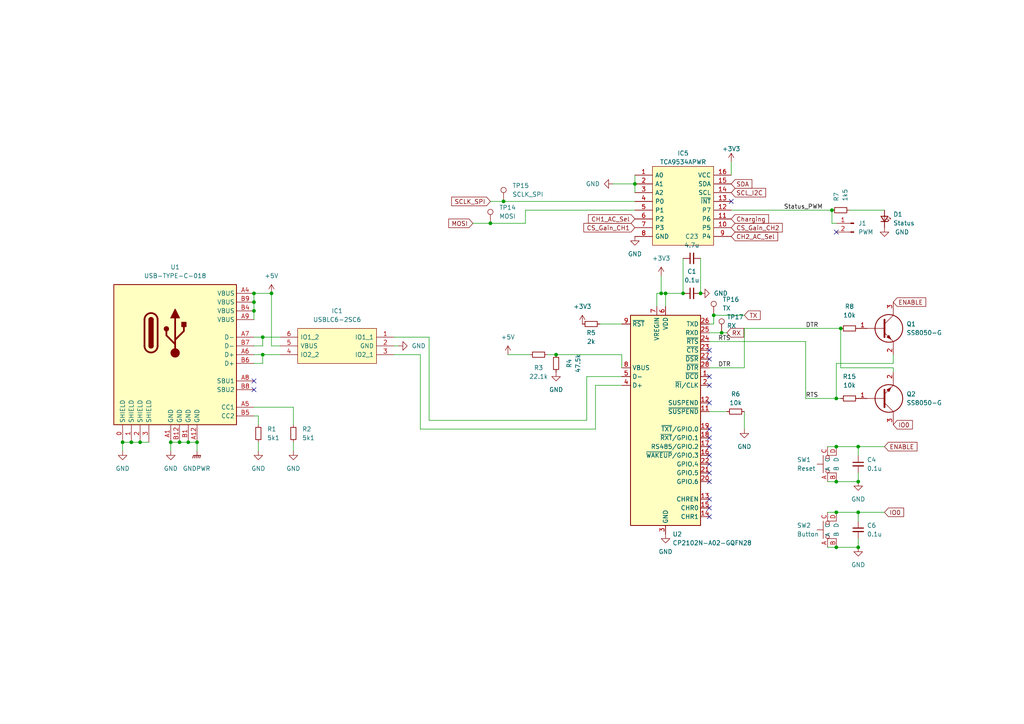
<source format=kicad_sch>
(kicad_sch (version 20211123) (generator eeschema)
  (paper "A4")
  (lib_symbols
    (symbol "Connector:Conn_01x02_Male" (pin_names (offset 1.016) hide)
      (property "Reference" "J" (at 0 2.54 0))
      (property "Value" "Conn_01x02_Male" (at 0 -5.08 0))
      (symbol "Conn_01x02_Male_1_1"
        (polyline (pts (xy 1.27 -2.54) (xy 0.8636 -2.54)) (stroke (width 0.1524)))
        (polyline (pts (xy 1.27 0) (xy 0.8636 0)) (stroke (width 0.1524)))
        (rectangle (start 0.8636 -2.413) (end 0 -2.667) (stroke (width 0.1524)) (fill (type outline)))
        (rectangle (start 0.8636 0.127) (end 0 -0.127) (stroke (width 0.1524)) (fill (type outline)))
        (pin passive line (at 5.08 0 180) (length 3.81) (name "Pin_1") (number "1"))
        (pin passive line (at 5.08 -2.54 180) (length 3.81) (name "Pin_2") (number "2"))
      )
    )
    (symbol "Connector:TestPoint" (pin_numbers hide) (pin_names (offset 0.762) hide)
      (property "Reference" "TP" (at 0 6.858 0))
      (property "Value" "TestPoint" (at 0 5.08 0))
      (symbol "TestPoint_0_1"
        (circle (center 0 3.302) (radius 0.762))
      )
      (symbol "TestPoint_1_1"
        (pin passive line (at 0 0 90) (length 2.54) (name "1") (number "1"))
      )
    )
    (symbol "Device:C_Small" (pin_numbers hide) (pin_names (offset 0.254) hide)
      (property "Reference" "C" (at 0.254 1.778 0))
      (property "Value" "C_Small" (at 0.254 -2.032 0))
      (symbol "C_Small_0_1"
        (polyline (pts (xy -1.524 -0.508) (xy 1.524 -0.508)) (stroke (width 0.3302)))
        (polyline (pts (xy -1.524 0.508) (xy 1.524 0.508)) (stroke (width 0.3048)))
      )
      (symbol "C_Small_1_1"
        (pin passive line (at 0 2.54 270) (length 2.032) (name "~") (number "1"))
        (pin passive line (at 0 -2.54 90) (length 2.032) (name "~") (number "2"))
      )
    )
    (symbol "Device:LED_Small" (pin_numbers hide) (pin_names (offset 0.254) hide)
      (property "Reference" "D" (at -1.27 3.175 0))
      (property "Value" "LED_Small" (at -4.445 -2.54 0))
      (symbol "LED_Small_0_1"
        (polyline (pts (xy -0.762 -1.016) (xy -0.762 1.016)) (stroke (width 0.254)))
        (polyline (pts (xy 1.016 0) (xy -0.762 0)))
        (polyline (pts (xy 0.762 -1.016) (xy -0.762 0) (xy 0.762 1.016) (xy 0.762 -1.016)) (stroke (width 0.254)))
        (polyline (pts (xy 0 0.762) (xy -0.508 1.27) (xy -0.254 1.27) (xy -0.508 1.27) (xy -0.508 1.016)))
        (polyline (pts (xy 0.508 1.27) (xy 0 1.778) (xy 0.254 1.778) (xy 0 1.778) (xy 0 1.524)))
      )
      (symbol "LED_Small_1_1"
        (pin passive line (at -2.54 0 0) (length 1.778) (name "K") (number "1"))
        (pin passive line (at 2.54 0 180) (length 1.778) (name "A") (number "2"))
      )
    )
    (symbol "Device:R_Small" (pin_numbers hide) (pin_names (offset 0.254) hide)
      (property "Reference" "R" (at 0.762 0.508 0))
      (property "Value" "R_Small" (at 0.762 -1.016 0))
      (symbol "R_Small_0_1"
        (rectangle (start -0.762 1.778) (end 0.762 -1.778) (stroke (width 0.2032)))
      )
      (symbol "R_Small_1_1"
        (pin passive line (at 0 2.54 270) (length 0.762) (name "~") (number "1"))
        (pin passive line (at 0 -2.54 90) (length 0.762) (name "~") (number "2"))
      )
    )
    (symbol "Interface_USB:CP2102N-Axx-xQFN28"
      (property "Reference" "U" (at -8.89 31.75 0))
      (property "Value" "CP2102N-Axx-xQFN28" (at 12.7 31.75 0))
      (symbol "CP2102N-Axx-xQFN28_0_1"
        (rectangle (start -10.16 30.48) (end 10.16 -30.48) (stroke (width 0.254)) (fill (type background)))
      )
      (symbol "CP2102N-Axx-xQFN28_1_1"
        (pin input line (at 12.7 12.7 180) (length 2.54) (name "~{DCD}") (number "1"))
        (pin no_connect line (at -10.16 -27.94 0) (length 2.54) hide (name "NC") (number "10"))
        (pin output line (at 12.7 2.54 180) (length 2.54) (name "~{SUSPEND}") (number "11"))
        (pin output line (at 12.7 5.08 180) (length 2.54) (name "SUSPEND") (number "12"))
        (pin output line (at 12.7 -22.86 180) (length 2.54) (name "CHREN") (number "13"))
        (pin output line (at 12.7 -27.94 180) (length 2.54) (name "CHR1") (number "14"))
        (pin output line (at 12.7 -25.4 180) (length 2.54) (name "CHR0") (number "15"))
        (pin bidirectional line (at 12.7 -10.16 180) (length 2.54) (name "~{WAKEUP}/GPIO.3") (number "16"))
        (pin bidirectional line (at 12.7 -7.62 180) (length 2.54) (name "RS485/GPIO.2") (number "17"))
        (pin bidirectional line (at 12.7 -5.08 180) (length 2.54) (name "~{RXT}/GPIO.1") (number "18"))
        (pin bidirectional line (at 12.7 -2.54 180) (length 2.54) (name "~{TXT}/GPIO.0") (number "19"))
        (pin bidirectional line (at 12.7 10.16 180) (length 2.54) (name "~{RI}/CLK") (number "2"))
        (pin bidirectional line (at 12.7 -17.78 180) (length 2.54) (name "GPIO.6") (number "20"))
        (pin bidirectional line (at 12.7 -15.24 180) (length 2.54) (name "GPIO.5") (number "21"))
        (pin bidirectional line (at 12.7 -12.7 180) (length 2.54) (name "GPIO.4") (number "22"))
        (pin input line (at 12.7 20.32 180) (length 2.54) (name "~{CTS}") (number "23"))
        (pin output line (at 12.7 22.86 180) (length 2.54) (name "~{RTS}") (number "24"))
        (pin input line (at 12.7 25.4 180) (length 2.54) (name "RXD") (number "25"))
        (pin output line (at 12.7 27.94 180) (length 2.54) (name "TXD") (number "26"))
        (pin input line (at 12.7 17.78 180) (length 2.54) (name "~{DSR}") (number "27"))
        (pin output line (at 12.7 15.24 180) (length 2.54) (name "~{DTR}") (number "28"))
        (pin passive line (at 0 -33.02 90) (length 2.54) hide (name "GND") (number "29"))
        (pin power_in line (at 0 -33.02 90) (length 2.54) (name "GND") (number "3"))
        (pin bidirectional line (at -12.7 10.16 0) (length 2.54) (name "D+") (number "4"))
        (pin bidirectional line (at -12.7 12.7 0) (length 2.54) (name "D-") (number "5"))
        (pin power_in line (at 0 33.02 270) (length 2.54) (name "VDD") (number "6"))
        (pin power_in line (at -2.54 33.02 270) (length 2.54) (name "VREGIN") (number "7"))
        (pin input line (at -12.7 15.24 0) (length 2.54) (name "VBUS") (number "8"))
        (pin input line (at -12.7 27.94 0) (length 2.54) (name "~{RST}") (number "9"))
      )
    )
    (symbol "power:+3.3V" (power) (pin_names (offset 0))
      (property "Value" "+3.3V" (at 0 3.556 0))
      (symbol "+3.3V_0_1"
        (polyline (pts (xy -0.762 1.27) (xy 0 2.54)))
        (polyline (pts (xy 0 0) (xy 0 2.54)))
        (polyline (pts (xy 0 2.54) (xy 0.762 1.27)))
      )
      (symbol "+3.3V_1_1"
        (pin power_in line (at 0 0 90) (length 0) hide (name "+3V3") (number "1"))
      )
    )
    (symbol "power:+5V" (power) (pin_names (offset 0))
      (property "Value" "+5V" (at 0 3.556 0))
      (symbol "+5V_0_1"
        (polyline (pts (xy -0.762 1.27) (xy 0 2.54)))
        (polyline (pts (xy 0 0) (xy 0 2.54)))
        (polyline (pts (xy 0 2.54) (xy 0.762 1.27)))
      )
      (symbol "+5V_1_1"
        (pin power_in line (at 0 0 90) (length 0) hide (name "+5V") (number "1"))
      )
    )
    (symbol "power:GND" (power) (pin_names (offset 0))
      (property "Value" "GND" (at 0 -3.81 0))
      (symbol "GND_0_1"
        (polyline (pts (xy 0 0) (xy 0 -1.27) (xy 1.27 -1.27) (xy 0 -2.54) (xy -1.27 -1.27) (xy 0 -1.27)))
      )
      (symbol "GND_1_1"
        (pin power_in line (at 0 0 270) (length 0) hide (name "GND") (number "1"))
      )
    )
    (symbol "power:GNDPWR" (power) (pin_names (offset 0))
      (property "Value" "GNDPWR" (at 0 -3.302 0))
      (symbol "GNDPWR_0_1"
        (polyline (pts (xy 0 -1.27) (xy 0 0)))
        (polyline (pts (xy -1.016 -1.27) (xy -1.27 -2.032) (xy -1.27 -2.032)) (stroke (width 0.2032)))
        (polyline (pts (xy -0.508 -1.27) (xy -0.762 -2.032) (xy -0.762 -2.032)) (stroke (width 0.2032)))
        (polyline (pts (xy 0 -1.27) (xy -0.254 -2.032) (xy -0.254 -2.032)) (stroke (width 0.2032)))
        (polyline (pts (xy 0.508 -1.27) (xy 0.254 -2.032) (xy 0.254 -2.032)) (stroke (width 0.2032)))
        (polyline (pts (xy 1.016 -1.27) (xy -1.016 -1.27) (xy -1.016 -1.27)) (stroke (width 0.2032)))
        (polyline (pts (xy 1.016 -1.27) (xy 0.762 -2.032) (xy 0.762 -2.032) (xy 0.762 -2.032)) (stroke (width 0.2032)))
      )
      (symbol "GNDPWR_1_1"
        (pin power_in line (at 0 0 270) (length 0) hide (name "GNDPWR") (number "1"))
      )
    )
    (symbol "project_library:Button"
      (property "Reference" "SW" (at 0 0 0))
      (property "Value" "Button" (at 0 0 0))
      (symbol "Button_0_1"
        (circle (center -2.032 -5.08) (radius 0.508))
        (polyline (pts (xy -2.54 -7.62) (xy -2.54 -5.08)))
        (polyline (pts (xy 0 -3.81) (xy 0 -2.032)))
        (polyline (pts (xy 2.54 -5.08) (xy 2.54 -7.62)))
        (polyline (pts (xy 2.54 -3.81) (xy -2.54 -3.81)))
        (circle (center 2.032 -5.08) (radius 0.508))
        (pin passive line (at -5.08 -5.08 0) (length 2.54) (name "A") (number "A"))
        (pin passive line (at -5.08 -7.62 0) (length 2.54) (name "B") (number "B"))
        (pin passive line (at 5.08 -5.08 180) (length 2.54) (name "C") (number "C"))
        (pin passive line (at 5.08 -7.62 180) (length 2.54) (name "D") (number "D"))
      )
    )
    (symbol "project_library:SS8050-G" (pin_names (offset 0.762))
      (property "Reference" "Q" (at 13.97 1.27 0))
      (property "Value" "SS8050-G" (at 13.97 -1.27 0))
      (symbol "SS8050-G_0_0"
        (pin passive line (at 0 0 0) (length 2.54) (name "~") (number "1"))
        (pin passive line (at 10.16 -7.62 90) (length 2.54) (name "~") (number "2"))
        (pin passive line (at 10.16 7.62 270) (length 2.54) (name "~") (number "3"))
      )
      (symbol "SS8050-G_0_1"
        (polyline (pts (xy 2.54 0) (xy 7.62 0)) (stroke (width 0.1524)))
        (polyline (pts (xy 7.62 -1.27) (xy 10.16 -3.81)) (stroke (width 0.1524)))
        (polyline (pts (xy 7.62 1.27) (xy 10.16 3.81)) (stroke (width 0.1524)))
        (polyline (pts (xy 7.62 2.54) (xy 7.62 -2.54)) (stroke (width 0.508)))
        (polyline (pts (xy 10.16 -3.81) (xy 10.16 -5.08)) (stroke (width 0.1524)))
        (polyline (pts (xy 10.16 3.81) (xy 10.16 5.08)) (stroke (width 0.1524)))
        (polyline (pts (xy 8.382 -2.54) (xy 8.89 -2.032) (xy 9.398 -3.048) (xy 8.382 -2.54)) (stroke (width 0.254)) (fill (type outline)))
        (circle (center 8.89 0) (radius 4.0132) (stroke (width 0.254)))
      )
    )
    (symbol "project_library:TCA9534APWR" (pin_names (offset 0.762))
      (property "Reference" "IC5" (at 13.97 6.35 0))
      (property "Value" "TCA9534APWR" (at 13.97 3.81 0))
      (symbol "TCA9534APWR_0_0"
        (pin passive line (at 0 0 0) (length 5.08) (name "A0") (number "1"))
        (pin passive line (at 27.94 -15.24 180) (length 5.08) (name "P5") (number "10"))
        (pin passive line (at 27.94 -12.7 180) (length 5.08) (name "P6") (number "11"))
        (pin passive line (at 27.94 -10.16 180) (length 5.08) (name "P7") (number "12"))
        (pin passive line (at 27.94 -7.62 180) (length 5.08) (name "~{INT}") (number "13"))
        (pin passive line (at 27.94 -5.08 180) (length 5.08) (name "SCL") (number "14"))
        (pin passive line (at 27.94 -2.54 180) (length 5.08) (name "SDA") (number "15"))
        (pin passive line (at 27.94 0 180) (length 5.08) (name "VCC") (number "16"))
        (pin passive line (at 0 -2.54 0) (length 5.08) (name "A1") (number "2"))
        (pin passive line (at 0 -5.08 0) (length 5.08) (name "A2") (number "3"))
        (pin passive line (at 0 -7.62 0) (length 5.08) (name "P0") (number "4"))
        (pin passive line (at 0 -10.16 0) (length 5.08) (name "P1") (number "5"))
        (pin passive line (at 0 -12.7 0) (length 5.08) (name "P2") (number "6"))
        (pin passive line (at 0 -15.24 0) (length 5.08) (name "P3") (number "7"))
        (pin passive line (at 0 -17.78 0) (length 5.08) (name "GND") (number "8"))
        (pin passive line (at 27.94 -17.78 180) (length 5.08) (name "P4") (number "9"))
      )
      (symbol "TCA9534APWR_0_1"
        (polyline (pts (xy 5.08 2.54) (xy 22.86 2.54) (xy 22.86 -20.32) (xy 5.08 -20.32) (xy 5.08 2.54)) (stroke (width 0.1524)) (fill (type background)))
      )
    )
    (symbol "project_library:USB-TYPE-C-018"
      (property "Reference" "U" (at 11.43 3.81 0))
      (property "Value" "USB-TYPE-C-018" (at 11.43 1.27 0))
      (symbol "USB-TYPE-C-018_0_1"
        (rectangle (start -16.51 0) (end 19.05 -40.64) (stroke (width 0.254)) (fill (type background)))
        (arc (start -7.62 -17.78) (mid -5.715 -19.685) (end -3.81 -17.78) (stroke (width 0.508)))
        (arc (start -6.35 -17.78) (mid -5.715 -18.415) (end -5.08 -17.78) (stroke (width 0.254)))
        (arc (start -6.35 -17.78) (mid -5.715 -18.415) (end -5.08 -17.78) (stroke (width 0.254)) (fill (type outline)))
        (rectangle (start -6.35 -17.78) (end -5.08 -10.16) (stroke (width 0.254)) (fill (type outline)))
        (arc (start -5.08 -10.16) (mid -5.715 -9.525) (end -6.35 -10.16) (stroke (width 0.254)))
        (arc (start -5.08 -10.16) (mid -5.715 -9.525) (end -6.35 -10.16) (stroke (width 0.254)) (fill (type outline)))
        (arc (start -3.81 -10.16) (mid -5.715 -8.255) (end -7.62 -10.16) (stroke (width 0.508)))
        (polyline (pts (xy -7.62 -17.78) (xy -7.62 -10.16)) (stroke (width 0.508)))
        (polyline (pts (xy -3.81 -10.16) (xy -3.81 -17.78)) (stroke (width 0.508)))
      )
      (symbol "USB-TYPE-C-018_1_1"
        (circle (center -1.27 -12.827) (radius 0.635) (stroke (width 0.254)) (fill (type outline)))
        (polyline (pts (xy 1.27 -19.812) (xy 1.27 -9.652)) (stroke (width 0.508)))
        (polyline (pts (xy 1.27 -17.272) (xy -1.27 -14.732) (xy -1.27 -13.462)) (stroke (width 0.508)))
        (polyline (pts (xy 1.27 -16.002) (xy 3.81 -13.462) (xy 3.81 -12.192)) (stroke (width 0.508)))
        (polyline (pts (xy 0 -9.652) (xy 1.27 -7.112) (xy 2.54 -9.652) (xy 0 -9.652)) (stroke (width 0.254)) (fill (type outline)))
        (circle (center 1.27 -19.812) (radius 1.27) (fill (type outline)))
        (rectangle (start 3.175 -12.192) (end 4.445 -10.922) (stroke (width 0.254)) (fill (type outline)))
        (pin passive line (at -13.97 -45.72 90) (length 5.08) (name "SHIELD") (number "0"))
        (pin passive line (at -11.43 -45.72 90) (length 5.08) (name "SHIELD") (number "1"))
        (pin passive line (at -8.89 -45.72 90) (length 5.08) (name "SHIELD") (number "2"))
        (pin passive line (at -6.35 -45.72 90) (length 5.08) (name "SHIELD") (number "3"))
        (pin passive line (at 0 -45.72 90) (length 5.08) (name "GND") (number "A1"))
        (pin passive line (at 7.62 -45.72 90) (length 5.08) (name "GND") (number "A12"))
        (pin passive line (at 24.13 -2.54 180) (length 5.08) (name "VBUS") (number "A4"))
        (pin bidirectional line (at 24.13 -35.56 180) (length 5.08) (name "CC1") (number "A5"))
        (pin bidirectional line (at 24.13 -20.32 180) (length 5.08) (name "D+") (number "A6"))
        (pin bidirectional line (at 24.13 -15.24 180) (length 5.08) (name "D-") (number "A7"))
        (pin bidirectional line (at 24.13 -27.94 180) (length 5.08) (name "SBU1") (number "A8"))
        (pin passive line (at 24.13 -10.16 180) (length 5.08) (name "VBUS") (number "A9"))
        (pin passive line (at 5.08 -45.72 90) (length 5.08) (name "GND") (number "B1"))
        (pin passive line (at 2.54 -45.72 90) (length 5.08) (name "GND") (number "B12"))
        (pin passive line (at 24.13 -7.62 180) (length 5.08) (name "VBUS") (number "B4"))
        (pin bidirectional line (at 24.13 -38.1 180) (length 5.08) (name "CC2") (number "B5"))
        (pin bidirectional line (at 24.13 -22.86 180) (length 5.08) (name "D+") (number "B6"))
        (pin bidirectional line (at 24.13 -17.78 180) (length 5.08) (name "D-") (number "B7"))
        (pin bidirectional line (at 24.13 -30.48 180) (length 5.08) (name "SBU2") (number "B8"))
        (pin passive line (at 24.13 -5.08 180) (length 5.08) (name "VBUS") (number "B9"))
      )
    )
    (symbol "project_library:USBLC6-2SC6" (pin_names (offset 0.762))
      (property "Reference" "IC" (at 29.21 7.62 0))
      (property "Value" "USBLC6-2SC6" (at 29.21 5.08 0))
      (symbol "USBLC6-2SC6_0_0"
        (pin passive line (at 0 0 0) (length 5.08) (name "IO1_1") (number "1"))
        (pin passive line (at 0 -2.54 0) (length 5.08) (name "GND") (number "2"))
        (pin passive line (at 0 -5.08 0) (length 5.08) (name "IO2_1") (number "3"))
        (pin passive line (at 33.02 -5.08 180) (length 5.08) (name "IO2_2") (number "4"))
        (pin passive line (at 33.02 -2.54 180) (length 5.08) (name "VBUS") (number "5"))
        (pin passive line (at 33.02 0 180) (length 5.08) (name "IO1_2") (number "6"))
      )
      (symbol "USBLC6-2SC6_0_1"
        (polyline (pts (xy 5.08 2.54) (xy 27.94 2.54) (xy 27.94 -7.62) (xy 5.08 -7.62) (xy 5.08 2.54)) (stroke (width 0.1524)) (fill (type background)))
      )
    )
  )
  (junction (at 184.15 53.34))
  (junction (at 248.92 139.7))
  (junction (at 242.57 139.7))
  (junction (at 40.64 128.27))
  (junction (at 49.53 128.27))
  (junction (at 54.61 128.27))
  (junction (at 73.66 85.09))
  (junction (at 142.24 64.77))
  (junction (at 241.3 60.96))
  (junction (at 209.3053 96.52))
  (junction (at 73.66 90.17))
  (junction (at 248.92 148.59))
  (junction (at 38.1 128.27))
  (junction (at 35.56 128.27))
  (junction (at 57.15 128.27))
  (junction (at 242.57 129.54))
  (junction (at 242.57 158.75))
  (junction (at 242.57 148.59))
  (junction (at 198.12 85.09))
  (junction (at 242.57 115.57))
  (junction (at 243.84 95.25))
  (junction (at 146.05 58.42))
  (junction (at 203.2 85.09))
  (junction (at 76.2 102.87))
  (junction (at 78.74 85.09))
  (junction (at 161.29 102.87))
  (junction (at 76.2 97.79))
  (junction (at 191.77 85.09))
  (junction (at 207.01 91.44))
  (junction (at 248.92 129.54))
  (junction (at 193.04 85.09))
  (junction (at 73.66 87.63))
  (junction (at 248.92 158.75))
  (junction (at 52.07 128.27))
  (no_connect (at 73.66 110.49))
  (no_connect (at 212.09 58.42))
  (no_connect (at 205.74 116.84))
  (no_connect (at 242.57 67.31))
  (no_connect (at 205.74 139.7))
  (no_connect (at 205.74 149.86))
  (no_connect (at 205.74 137.16))
  (no_connect (at 205.74 129.54))
  (no_connect (at 205.74 104.14))
  (no_connect (at 205.74 124.46))
  (no_connect (at 205.74 134.62))
  (no_connect (at 205.74 127))
  (no_connect (at 205.74 101.6))
  (no_connect (at 205.74 111.76))
  (no_connect (at 205.74 147.32))
  (no_connect (at 205.74 144.78))
  (no_connect (at 73.66 113.03))
  (no_connect (at 205.74 132.08))
  (no_connect (at 205.74 109.22))
  (wire (pts (xy 207.01 93.98) (xy 207.01 91.44)))
  (wire (pts (xy 121.92 102.87) (xy 121.92 124.46)))
  (wire (pts (xy 191.77 85.09) (xy 193.04 85.09)))
  (wire (pts (xy 259.08 105.41) (xy 242.57 105.41)))
  (wire (pts (xy 184.15 50.8) (xy 184.15 53.34)))
  (wire (pts (xy 248.92 148.59) (xy 256.54 148.59)))
  (wire (pts (xy 193.04 85.09) (xy 198.12 85.09)))
  (wire (pts (xy 212.09 46.99) (xy 212.09 50.8)))
  (wire (pts (xy 198.12 74.93) (xy 198.12 85.09)))
  (wire (pts (xy 242.57 158.75) (xy 248.92 158.75)))
  (wire (pts (xy 203.2 74.93) (xy 203.2 85.09)))
  (wire (pts (xy 205.74 99.06) (xy 233.68 99.06)))
  (wire (pts (xy 137.16 64.77) (xy 142.24 64.77)))
  (wire (pts (xy 207.01 91.44) (xy 215.9 91.44)))
  (wire (pts (xy 172.72 124.46) (xy 172.72 111.76)))
  (wire (pts (xy 76.2 102.87) (xy 76.2 105.41)))
  (wire (pts (xy 205.74 106.68) (xy 215.9 106.68)))
  (wire (pts (xy 207.01 93.98) (xy 205.74 93.98)))
  (wire (pts (xy 184.15 60.96) (xy 152.4 60.96)))
  (wire (pts (xy 85.09 118.11) (xy 85.09 123.19)))
  (wire (pts (xy 177.8 53.34) (xy 184.15 53.34)))
  (wire (pts (xy 172.72 111.76) (xy 180.34 111.76)))
  (wire (pts (xy 76.2 97.79) (xy 81.28 97.79)))
  (wire (pts (xy 73.66 118.11) (xy 85.09 118.11)))
  (wire (pts (xy 193.04 85.09) (xy 193.04 88.9)))
  (wire (pts (xy 78.74 100.33) (xy 81.28 100.33)))
  (wire (pts (xy 209.3053 96.52) (xy 210.82 96.52)))
  (wire (pts (xy 74.93 120.65) (xy 74.93 123.19)))
  (wire (pts (xy 121.92 124.46) (xy 172.72 124.46)))
  (wire (pts (xy 73.66 120.65) (xy 74.93 120.65)))
  (wire (pts (xy 243.84 106.68) (xy 259.08 106.68)))
  (wire (pts (xy 73.66 85.09) (xy 78.74 85.09)))
  (wire (pts (xy 152.4 60.96) (xy 152.4 64.77)))
  (wire (pts (xy 76.2 97.79) (xy 76.2 100.33)))
  (wire (pts (xy 76.2 102.87) (xy 81.28 102.87)))
  (wire (pts (xy 233.68 99.06) (xy 233.68 115.57)))
  (wire (pts (xy 35.56 128.27) (xy 35.56 130.81)))
  (wire (pts (xy 240.03 148.59) (xy 242.57 148.59)))
  (wire (pts (xy 73.66 90.17) (xy 73.66 92.71)))
  (wire (pts (xy 184.15 53.34) (xy 184.15 55.88)))
  (wire (pts (xy 57.15 128.27) (xy 57.15 130.81)))
  (wire (pts (xy 124.46 97.79) (xy 124.46 121.92)))
  (wire (pts (xy 190.5 85.09) (xy 190.5 88.9)))
  (wire (pts (xy 76.2 100.33) (xy 73.66 100.33)))
  (wire (pts (xy 248.92 137.16) (xy 248.92 139.7)))
  (wire (pts (xy 205.74 96.52) (xy 209.3053 96.52)))
  (wire (pts (xy 158.75 102.87) (xy 161.29 102.87)))
  (wire (pts (xy 248.92 156.21) (xy 248.92 158.75)))
  (wire (pts (xy 259.08 106.68) (xy 259.08 107.95)))
  (wire (pts (xy 210.82 119.38) (xy 205.74 119.38)))
  (wire (pts (xy 146.05 58.42) (xy 184.15 58.42)))
  (wire (pts (xy 38.1 128.27) (xy 40.64 128.27)))
  (wire (pts (xy 52.07 128.27) (xy 54.61 128.27)))
  (wire (pts (xy 114.3 100.33) (xy 115.57 100.33)))
  (wire (pts (xy 114.3 97.79) (xy 124.46 97.79)))
  (wire (pts (xy 74.93 128.27) (xy 74.93 130.81)))
  (wire (pts (xy 248.92 129.54) (xy 256.54 129.54)))
  (wire (pts (xy 170.18 109.22) (xy 180.34 109.22)))
  (wire (pts (xy 142.24 58.42) (xy 146.05 58.42)))
  (wire (pts (xy 242.57 139.7) (xy 248.92 139.7)))
  (wire (pts (xy 152.4 64.77) (xy 142.24 64.77)))
  (wire (pts (xy 240.03 129.54) (xy 242.57 129.54)))
  (wire (pts (xy 76.2 105.41) (xy 73.66 105.41)))
  (wire (pts (xy 248.92 129.54) (xy 248.92 132.08)))
  (wire (pts (xy 147.32 102.87) (xy 153.67 102.87)))
  (wire (pts (xy 49.53 128.27) (xy 49.53 130.81)))
  (wire (pts (xy 76.2 97.79) (xy 73.66 97.79)))
  (wire (pts (xy 54.61 128.27) (xy 57.15 128.27)))
  (wire (pts (xy 49.53 128.27) (xy 52.07 128.27)))
  (wire (pts (xy 242.57 64.77) (xy 241.3 64.77)))
  (wire (pts (xy 191.77 85.09) (xy 190.5 85.09)))
  (wire (pts (xy 124.46 121.92) (xy 170.18 121.92)))
  (wire (pts (xy 243.84 95.25) (xy 243.84 106.68)))
  (wire (pts (xy 242.57 148.59) (xy 248.92 148.59)))
  (wire (pts (xy 161.29 102.87) (xy 180.34 102.87)))
  (wire (pts (xy 78.74 100.33) (xy 78.74 85.09)))
  (wire (pts (xy 242.57 129.54) (xy 248.92 129.54)))
  (wire (pts (xy 121.92 102.87) (xy 114.3 102.87)))
  (wire (pts (xy 248.92 148.59) (xy 248.92 151.13)))
  (wire (pts (xy 241.3 60.96) (xy 241.3 64.77)))
  (wire (pts (xy 215.9 95.25) (xy 243.84 95.25)))
  (wire (pts (xy 73.66 87.63) (xy 73.66 90.17)))
  (wire (pts (xy 240.03 139.7) (xy 242.57 139.7)))
  (wire (pts (xy 85.09 128.27) (xy 85.09 130.81)))
  (wire (pts (xy 76.2 102.87) (xy 73.66 102.87)))
  (wire (pts (xy 215.9 95.25) (xy 215.9 106.68)))
  (wire (pts (xy 242.57 105.41) (xy 242.57 115.57)))
  (wire (pts (xy 246.38 60.96) (xy 256.54 60.96)))
  (wire (pts (xy 212.09 60.96) (xy 241.3 60.96)))
  (wire (pts (xy 191.77 80.01) (xy 191.77 85.09)))
  (wire (pts (xy 233.68 115.57) (xy 242.57 115.57)))
  (wire (pts (xy 40.64 128.27) (xy 43.18 128.27)))
  (wire (pts (xy 180.34 102.87) (xy 180.34 106.68)))
  (wire (pts (xy 259.08 105.41) (xy 259.08 102.87)))
  (wire (pts (xy 240.03 158.75) (xy 242.57 158.75)))
  (wire (pts (xy 35.56 128.27) (xy 38.1 128.27)))
  (wire (pts (xy 73.66 85.09) (xy 73.66 87.63)))
  (wire (pts (xy 173.99 93.98) (xy 180.34 93.98)))
  (wire (pts (xy 242.57 115.57) (xy 243.84 115.57)))
  (wire (pts (xy 215.9 124.46) (xy 215.9 119.38)))
  (wire (pts (xy 170.18 121.92) (xy 170.18 109.22)))
  (label "DTR" (at 233.68 95.25 0))
  (label "DTR" (at 208.28 106.68 0))
  (label "RTS" (at 233.68 115.57 0))
  (label "Status_PWM" (at 227.33 60.96 0))
  (label "RTS" (at 208.28 99.06 0))
  (global_label "ENABLE" (shape input) (at 256.54 129.54 0) (property "Intersheet References" "${INTERSHEET_REFS}" (effects hide)))
  (global_label "CS_Gain_CH1" (shape input) (at 184.15 66.04 180) (property "Intersheet References" "${INTERSHEET_REFS}" (effects hide)))
  (global_label "CH2_AC_Sel" (shape input) (at 212.09 68.58 0) (property "Intersheet References" "${INTERSHEET_REFS}" (effects hide)))
  (global_label "SCLK_SPI" (shape input) (at 142.24 58.42 180) (property "Intersheet References" "${INTERSHEET_REFS}" (effects hide)))
  (global_label "MOSI" (shape input) (at 137.16 64.77 180) (property "Intersheet References" "${INTERSHEET_REFS}" (effects hide)))
  (global_label "IO0" (shape input) (at 259.08 123.19 0) (property "Intersheet References" "${INTERSHEET_REFS}" (effects hide)))
  (global_label "CH1_AC_Sel" (shape input) (at 184.15 63.5 180) (property "Intersheet References" "${INTERSHEET_REFS}" (effects hide)))
  (global_label "SCL_I2C" (shape input) (at 212.09 55.88 0) (property "Intersheet References" "${INTERSHEET_REFS}" (effects hide)))
  (global_label "TX" (shape input) (at 215.9 91.44 0) (property "Intersheet References" "${INTERSHEET_REFS}" (effects hide)))
  (global_label "RX" (shape input) (at 210.82 96.52 0) (property "Intersheet References" "${INTERSHEET_REFS}" (effects hide)))
  (global_label "SDA" (shape input) (at 212.09 53.34 0) (property "Intersheet References" "${INTERSHEET_REFS}" (effects hide)))
  (global_label "IO0" (shape input) (at 256.54 148.59 0) (property "Intersheet References" "${INTERSHEET_REFS}" (effects hide)))
  (global_label "Charging" (shape input) (at 212.09 63.5 0) (property "Intersheet References" "${INTERSHEET_REFS}" (effects hide)))
  (global_label "ENABLE" (shape input) (at 259.08 87.63 0) (property "Intersheet References" "${INTERSHEET_REFS}" (effects hide)))
  (global_label "CS_Gain_CH2" (shape input) (at 212.09 66.04 0) (property "Intersheet References" "${INTERSHEET_REFS}" (effects hide)))
  (symbol (lib_id "Device:R_Small") (at 161.29 105.41 180) (unit 1)
    (property "Reference" "R4" (at 165.1 105.41 90))
    (property "Value" "47.5k" (at 167.64 105.41 90))
    (property "Footprint" "Resistor_SMD:R_0603_1608Metric_Pad0.98x0.95mm_HandSolder" (effects hide))
  )
  (symbol (lib_id "power:GND") (at 193.04 154.94 0) (unit 1)
    (property "Reference" "#PWR0134" (effects hide))
    (property "Value" "GND" (at 193.04 160.02 0))
  )
  (symbol (lib_id "project_library:SS8050-G") (at 248.92 115.57 0) (mirror x) (unit 1)
    (property "Reference" "Q2" (at 262.89 114.2999 0) (effects (justify left)))
    (property "Value" "SS8050-G" (at 262.89 116.8399 0) (effects (justify left)))
    (property "Footprint" "project_library:SOT95P240X115-3N" (effects hide))
    (property "Datasheet" "https://datasheet.datasheetarchive.com/originals/distributors/DKDS-12/229454.pdf" (effects hide))
    (property "Description" "Bipolar Transistors - BJT NPN TRANSISTOR 1.5A 40V" (effects hide))
    (property "Height" "1.15" (effects hide))
    (property "Mouser Part Number" "750-SS8050-G" (effects hide))
    (property "Mouser Price/Stock" "https://www.mouser.co.uk/ProductDetail/Comchip-Technology/SS8050-G?qs=LLUE9lz1YbcHg%252BWLMAtcrQ%3D%3D" (effects hide))
    (property "Manufacturer_Name" "Comchip Technology" (effects hide))
    (property "Manufacturer_Part_Number" "SS8050-G" (effects hide))
  )
  (symbol (lib_id "power:GND") (at 161.29 107.95 0) (unit 1)
    (property "Reference" "#PWR0131" (effects hide))
    (property "Value" "GND" (at 161.29 113.03 0))
  )
  (symbol (lib_id "Device:R_Small") (at 213.36 119.38 90) (unit 1)
    (property "Reference" "R6" (at 213.36 114.3 90))
    (property "Value" "10k" (at 213.36 116.84 90))
    (property "Footprint" "Resistor_SMD:R_0603_1608Metric_Pad0.98x0.95mm_HandSolder" (effects hide))
  )
  (symbol (lib_id "power:+3.3V") (at 212.09 46.99 0) (unit 1)
    (property "Reference" "#PWR0136" (effects hide))
    (property "Value" "+3.3V" (at 212.09 43.18 0))
  )
  (symbol (lib_id "project_library:SS8050-G") (at 248.92 95.25 0) (unit 1)
    (property "Reference" "Q1" (at 262.89 93.9799 0) (effects (justify left)))
    (property "Value" "SS8050-G" (at 262.89 96.5199 0) (effects (justify left)))
    (property "Footprint" "project_library:SOT95P240X115-3N" (effects hide))
    (property "Datasheet" "https://datasheet.datasheetarchive.com/originals/distributors/DKDS-12/229454.pdf" (effects hide))
    (property "Description" "Bipolar Transistors - BJT NPN TRANSISTOR 1.5A 40V" (effects hide))
    (property "Height" "1.15" (effects hide))
    (property "Mouser Part Number" "750-SS8050-G" (effects hide))
    (property "Mouser Price/Stock" "https://www.mouser.co.uk/ProductDetail/Comchip-Technology/SS8050-G?qs=LLUE9lz1YbcHg%252BWLMAtcrQ%3D%3D" (effects hide))
    (property "Manufacturer_Name" "Comchip Technology" (effects hide))
    (property "Manufacturer_Part_Number" "SS8050-G" (effects hide))
  )
  (symbol (lib_id "Device:LED_Small") (at 256.54 63.5 270) (mirror x) (unit 1)
    (property "Reference" "D1" (at 259.08 62.1664 90) (effects (justify left)))
    (property "Value" "Status" (at 259.08 64.7064 90) (effects (justify left)))
    (property "Footprint" "LED_SMD:LED_0805_2012Metric_Pad1.15x1.40mm_HandSolder" (effects hide))
  )
  (symbol (lib_id "power:+5V") (at 78.74 85.09 0) (unit 1)
    (property "Reference" "#PWR0129" (effects hide))
    (property "Value" "+5V" (at 78.74 80.01 0))
  )
  (symbol (lib_id "Connector:Conn_01x02_Male") (at 247.65 64.77 0) (mirror y) (unit 1)
    (property "Reference" "J1" (at 248.92 64.7699 0) (effects (justify right)))
    (property "Value" "PWM" (at 248.92 67.3099 0) (effects (justify right)))
    (property "Footprint" "project_library:725996-2" (effects hide))
  )
  (symbol (lib_id "power:GND") (at 115.57 100.33 90) (unit 1)
    (property "Reference" "#PWR0130" (effects hide))
    (property "Value" "GND" (at 119.38 100.3299 90) (effects (justify right)))
  )
  (symbol (lib_id "project_library:USBLC6-2SC6") (at 114.3 97.79 0) (mirror y) (unit 1)
    (property "Reference" "IC1" (at 97.79 90.17 0))
    (property "Value" "USBLC6-2SC6" (at 97.79 92.71 0))
    (property "Footprint" "project_library:USBLC6-2SC6" (effects hide))
    (property "Datasheet" "http://www.st.com/st-web-ui/static/active/en/resource/technical/document/datasheet/CD00050750.pdf" (effects hide))
    (property "Description" "TVS Diode Array Uni-Directional USBLC6-2SC6 17V, SOT-23 6-Pin" (effects hide))
    (property "Height" "1.45" (effects hide))
    (property "Mouser Part Number" "511-USBLC6-2SC6" (effects hide))
    (property "Mouser Price/Stock" "https://www.mouser.co.uk/ProductDetail/STMicroelectronics/USBLC6-2SC6?qs=po45yt2pPpu%2FhNIlwQdTlg%3D%3D" (effects hide))
    (property "Manufacturer_Name" "STMicroelectronics" (effects hide))
    (property "Manufacturer_Part_Number" "USBLC6-2SC6" (effects hide))
  )
  (symbol (lib_id "Device:C_Small") (at 200.66 74.93 90) (unit 1)
    (property "Reference" "C23" (at 200.6663 68.58 90))
    (property "Value" "4.7u" (at 200.6663 71.12 90))
    (property "Footprint" "Capacitor_SMD:C_0603_1608Metric_Pad1.08x0.95mm_HandSolder" (effects hide))
  )
  (symbol (lib_id "Device:C_Small") (at 248.92 153.67 0) (unit 1)
    (property "Reference" "C6" (at 251.46 152.4062 0) (effects (justify left)))
    (property "Value" "0.1u" (at 251.46 154.9462 0) (effects (justify left)))
    (property "Footprint" "Capacitor_SMD:C_0603_1608Metric_Pad1.08x0.95mm_HandSolder" (effects hide))
  )
  (symbol (lib_id "Device:R_Small") (at 74.93 125.73 0) (unit 1)
    (property "Reference" "R1" (at 77.47 124.4599 0) (effects (justify left)))
    (property "Value" "5k1" (at 77.47 126.9999 0) (effects (justify left)))
    (property "Footprint" "Resistor_SMD:R_0603_1608Metric_Pad0.98x0.95mm_HandSolder" (effects hide))
  )
  (symbol (lib_id "power:GND") (at 248.92 158.75 0) (unit 1)
    (property "Reference" "#PWR0105" (effects hide))
    (property "Value" "GND" (at 248.92 163.83 0))
  )
  (symbol (lib_id "project_library:TCA9534APWR") (at 184.15 50.8 0) (unit 1)
    (property "Reference" "IC5" (at 198.12 44.45 0))
    (property "Value" "TCA9534APWR" (at 198.12 46.99 0))
    (property "Footprint" "project_library:SOP65P640X120-16N" (effects hide))
    (property "Datasheet" "http://www.ti.com/lit/gpn/tca9534a" (effects hide))
    (property "Description" "Remote 8-Bit I2C and Low-Power I/O Expander With Interrupt Output and Configuration Registers" (effects hide))
    (property "Height" "1.2" (effects hide))
    (property "Mouser Part Number" "595-TCA9534APWR" (effects hide))
    (property "Mouser Price/Stock" "https://www.mouser.co.uk/ProductDetail/Texas-Instruments/TCA9534APWR?qs=asCBFxFfL1RkU8XbvZBOXg%3D%3D" (effects hide))
    (property "Manufacturer_Name" "Texas Instruments" (effects hide))
    (property "Manufacturer_Part_Number" "TCA9534APWR" (effects hide))
  )
  (symbol (lib_id "power:GND") (at 177.8 53.34 270) (unit 1)
    (property "Reference" "#PWR0137" (effects hide))
    (property "Value" "GND" (at 173.99 53.3399 90) (effects (justify right)))
  )
  (symbol (lib_id "Device:R_Small") (at 246.38 115.57 90) (unit 1)
    (property "Reference" "R15" (at 246.38 109.22 90))
    (property "Value" "10k" (at 246.38 111.76 90))
    (property "Footprint" "Resistor_SMD:R_0603_1608Metric_Pad0.98x0.95mm_HandSolder" (effects hide))
  )
  (symbol (lib_id "project_library:Button") (at 234.95 153.67 90) (unit 1)
    (property "Reference" "SW2" (at 231.14 152.4 90) (effects (justify right)))
    (property "Value" "Button" (at 231.14 154.94 90) (effects (justify right)))
    (property "Footprint" "project_library:SW_TS-1187A-B-A-B" (effects hide))
  )
  (symbol (lib_id "Device:R_Small") (at 246.38 95.25 90) (unit 1)
    (property "Reference" "R8" (at 246.38 88.9 90))
    (property "Value" "10k" (at 246.38 91.44 90))
    (property "Footprint" "Resistor_SMD:R_0603_1608Metric_Pad0.98x0.95mm_HandSolder" (effects hide))
  )
  (symbol (lib_id "Connector:TestPoint") (at 207.01 91.44 0) (unit 1)
    (property "Reference" "TP16" (at 209.55 86.8679 0) (effects (justify left)))
    (property "Value" "TX" (at 209.55 89.4079 0) (effects (justify left)))
    (property "Footprint" "TestPoint:TestPoint_Keystone_5000-5004_Miniature" (effects hide))
  )
  (symbol (lib_id "Device:R_Small") (at 171.45 93.98 90) (unit 1)
    (property "Reference" "R5" (at 171.45 96.52 90))
    (property "Value" "2k" (at 171.45 99.06 90))
    (property "Footprint" "Resistor_SMD:R_0603_1608Metric_Pad0.98x0.95mm_HandSolder" (effects hide))
  )
  (symbol (lib_id "power:GND") (at 85.09 130.81 0) (unit 1)
    (property "Reference" "#PWR0110" (effects hide))
    (property "Value" "GND" (at 85.09 135.89 0))
  )
  (symbol (lib_id "Connector:TestPoint") (at 209.3053 96.52 0) (unit 1)
    (property "Reference" "TP17" (at 210.82 91.9479 0) (effects (justify left)))
    (property "Value" "RX" (at 210.82 94.4879 0) (effects (justify left)))
    (property "Footprint" "TestPoint:TestPoint_Keystone_5000-5004_Miniature" (effects hide))
  )
  (symbol (lib_id "power:GND") (at 49.53 130.81 0) (unit 1)
    (property "Reference" "#PWR0128" (effects hide))
    (property "Value" "GND" (at 49.53 135.89 0))
  )
  (symbol (lib_id "power:GND") (at 203.2 85.09 90) (unit 1)
    (property "Reference" "#PWR0140" (effects hide))
    (property "Value" "GND" (at 207.01 85.0899 90) (effects (justify right)))
  )
  (symbol (lib_id "project_library:USB-TYPE-C-018") (at 49.53 82.55 0) (unit 1)
    (property "Reference" "U1" (at 50.8 77.47 0))
    (property "Value" "USB-TYPE-C-018" (at 50.8 80.01 0))
    (property "Footprint" "project_library:USB-TYPE-C-018" (effects hide))
    (property "Datasheet" "https://so.szlcsc.com/global.html?c=&k=C165948" (effects hide))
    (property "LCSC" "C2927038" (effects hide))
  )
  (symbol (lib_id "power:GND") (at 184.15 68.58 0) (unit 1)
    (property "Reference" "#PWR0138" (effects hide))
    (property "Value" "GND" (at 184.15 73.66 0))
  )
  (symbol (lib_id "power:GND") (at 256.54 66.04 0) (unit 1)
    (property "Reference" "#PWR0107" (effects hide))
    (property "Value" "GND" (at 261.62 67.31 0))
  )
  (symbol (lib_id "Device:R_Small") (at 156.21 102.87 90) (unit 1)
    (property "Reference" "R3" (at 156.21 106.68 90))
    (property "Value" "22.1k" (at 156.21 109.22 90))
    (property "Footprint" "Resistor_SMD:R_0603_1608Metric_Pad0.98x0.95mm_HandSolder" (effects hide))
  )
  (symbol (lib_id "power:+5V") (at 147.32 102.87 0) (unit 1)
    (property "Reference" "#PWR0132" (effects hide))
    (property "Value" "+5V" (at 147.32 97.79 0))
  )
  (symbol (lib_id "power:GND") (at 215.9 124.46 0) (unit 1)
    (property "Reference" "#PWR0133" (effects hide))
    (property "Value" "GND" (at 215.9 129.54 0))
  )
  (symbol (lib_id "power:GND") (at 35.56 130.81 0) (unit 1)
    (property "Reference" "#PWR0111" (effects hide))
    (property "Value" "GND" (at 35.56 135.89 0))
  )
  (symbol (lib_id "Device:R_Small") (at 85.09 125.73 0) (unit 1)
    (property "Reference" "R2" (at 87.63 124.4599 0) (effects (justify left)))
    (property "Value" "5k1" (at 87.63 126.9999 0) (effects (justify left)))
    (property "Footprint" "Resistor_SMD:R_0603_1608Metric_Pad0.98x0.95mm_HandSolder" (effects hide))
  )
  (symbol (lib_id "power:GNDPWR") (at 57.15 130.81 0) (unit 1)
    (property "Reference" "#PWR0109" (effects hide))
    (property "Value" "GNDPWR" (at 57.023 135.89 0))
  )
  (symbol (lib_id "Device:R_Small") (at 243.84 60.96 270) (mirror x) (unit 1)
    (property "Reference" "R7" (at 242.57 58.42 0) (effects (justify left)))
    (property "Value" "1k5" (at 245.11 58.42 0) (effects (justify left)))
    (property "Footprint" "Resistor_SMD:R_0805_2012Metric_Pad1.20x1.40mm_HandSolder" (effects hide))
  )
  (symbol (lib_id "Connector:TestPoint") (at 142.24 64.77 0) (unit 1)
    (property "Reference" "TP14" (at 144.78 60.1979 0) (effects (justify left)))
    (property "Value" "MOSI" (at 144.78 62.7379 0) (effects (justify left)))
    (property "Footprint" "TestPoint:TestPoint_Keystone_5000-5004_Miniature" (effects hide))
  )
  (symbol (lib_id "Connector:TestPoint") (at 146.05 58.42 0) (unit 1)
    (property "Reference" "TP15" (at 148.59 53.8479 0) (effects (justify left)))
    (property "Value" "SCLK_SPI" (at 148.59 56.3879 0) (effects (justify left)))
    (property "Footprint" "TestPoint:TestPoint_Keystone_5000-5004_Miniature" (effects hide))
  )
  (symbol (lib_id "power:+3.3V") (at 168.91 93.98 0) (unit 1)
    (property "Reference" "#PWR0135" (effects hide))
    (property "Value" "+3.3V" (at 168.91 88.9 0))
  )
  (symbol (lib_id "Device:C_Small") (at 248.92 134.62 0) (unit 1)
    (property "Reference" "C4" (at 251.46 133.3562 0) (effects (justify left)))
    (property "Value" "0.1u" (at 251.46 135.8962 0) (effects (justify left)))
    (property "Footprint" "Capacitor_SMD:C_0603_1608Metric_Pad1.08x0.95mm_HandSolder" (effects hide))
  )
  (symbol (lib_id "Device:C_Small") (at 200.66 85.09 90) (unit 1)
    (property "Reference" "C1" (at 200.6663 78.74 90))
    (property "Value" "0.1u" (at 200.6663 81.28 90))
    (property "Footprint" "Capacitor_SMD:C_0603_1608Metric_Pad1.08x0.95mm_HandSolder" (effects hide))
  )
  (symbol (lib_id "power:GND") (at 74.93 130.81 0) (unit 1)
    (property "Reference" "#PWR0108" (effects hide))
    (property "Value" "GND" (at 74.93 135.89 0))
  )
  (symbol (lib_id "power:GND") (at 248.92 139.7 0) (unit 1)
    (property "Reference" "#PWR0106" (effects hide))
    (property "Value" "GND" (at 248.92 144.78 0))
  )
  (symbol (lib_id "Interface_USB:CP2102N-Axx-xQFN28") (at 193.04 121.92 0) (unit 1)
    (property "Reference" "U2" (at 195.0594 154.94 0) (effects (justify left)))
    (property "Value" "CP2102N-A02-GQFN28" (at 195.0594 157.48 0) (effects (justify left)))
    (property "Footprint" "Package_DFN_QFN:QFN-28-1EP_5x5mm_P0.5mm_EP3.35x3.35mm" (effects hide))
    (property "Datasheet" "https://www.silabs.com/documents/public/data-sheets/cp2102n-datasheet.pdf" (effects hide))
  )
  (symbol (lib_id "power:+3.3V") (at 191.77 80.01 0) (unit 1)
    (property "Reference" "#PWR0139" (effects hide))
    (property "Value" "+3.3V" (at 191.77 74.93 0))
  )
  (symbol (lib_id "project_library:Button") (at 234.95 134.62 90) (unit 1)
    (property "Reference" "SW1" (at 231.14 133.35 90) (effects (justify right)))
    (property "Value" "Reset" (at 231.14 135.89 90) (effects (justify right)))
    (property "Footprint" "project_library:SW_TS-1187A-B-A-B" (effects hide))
  )
)
</source>
